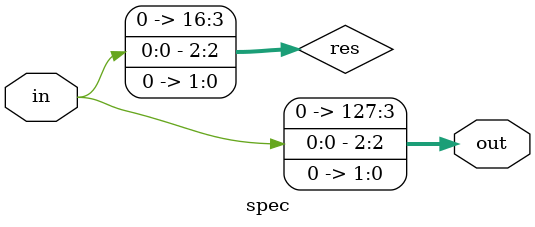
<source format=sv>




module spec (input logic [127:0] in,
	     output logic [127:0] out);
   localparam size1 = 32;
   localparam size2 = 15;

  wire [size1-size2-1:0] res = (size1-size2)'({in[0],2'b0});

   assign out = { '0, res };

endmodule

</source>
